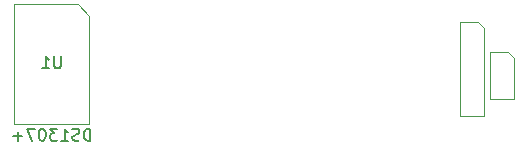
<source format=gbr>
%TF.GenerationSoftware,KiCad,Pcbnew,(7.0.0)*%
%TF.CreationDate,2023-05-29T03:25:23+05:30*%
%TF.ProjectId,sat-pcb,7361742d-7063-4622-9e6b-696361645f70,rev?*%
%TF.SameCoordinates,Original*%
%TF.FileFunction,AssemblyDrawing,Bot*%
%FSLAX46Y46*%
G04 Gerber Fmt 4.6, Leading zero omitted, Abs format (unit mm)*
G04 Created by KiCad (PCBNEW (7.0.0)) date 2023-05-29 03:25:23*
%MOMM*%
%LPD*%
G01*
G04 APERTURE LIST*
%ADD10C,0.150000*%
%ADD11C,0.100000*%
G04 APERTURE END LIST*
D10*
%TO.C,U1*%
X125171904Y-85257380D02*
X125171904Y-84257380D01*
X125171904Y-84257380D02*
X124933809Y-84257380D01*
X124933809Y-84257380D02*
X124790952Y-84305000D01*
X124790952Y-84305000D02*
X124695714Y-84400238D01*
X124695714Y-84400238D02*
X124648095Y-84495476D01*
X124648095Y-84495476D02*
X124600476Y-84685952D01*
X124600476Y-84685952D02*
X124600476Y-84828809D01*
X124600476Y-84828809D02*
X124648095Y-85019285D01*
X124648095Y-85019285D02*
X124695714Y-85114523D01*
X124695714Y-85114523D02*
X124790952Y-85209761D01*
X124790952Y-85209761D02*
X124933809Y-85257380D01*
X124933809Y-85257380D02*
X125171904Y-85257380D01*
X124219523Y-85209761D02*
X124076666Y-85257380D01*
X124076666Y-85257380D02*
X123838571Y-85257380D01*
X123838571Y-85257380D02*
X123743333Y-85209761D01*
X123743333Y-85209761D02*
X123695714Y-85162142D01*
X123695714Y-85162142D02*
X123648095Y-85066904D01*
X123648095Y-85066904D02*
X123648095Y-84971666D01*
X123648095Y-84971666D02*
X123695714Y-84876428D01*
X123695714Y-84876428D02*
X123743333Y-84828809D01*
X123743333Y-84828809D02*
X123838571Y-84781190D01*
X123838571Y-84781190D02*
X124029047Y-84733571D01*
X124029047Y-84733571D02*
X124124285Y-84685952D01*
X124124285Y-84685952D02*
X124171904Y-84638333D01*
X124171904Y-84638333D02*
X124219523Y-84543095D01*
X124219523Y-84543095D02*
X124219523Y-84447857D01*
X124219523Y-84447857D02*
X124171904Y-84352619D01*
X124171904Y-84352619D02*
X124124285Y-84305000D01*
X124124285Y-84305000D02*
X124029047Y-84257380D01*
X124029047Y-84257380D02*
X123790952Y-84257380D01*
X123790952Y-84257380D02*
X123648095Y-84305000D01*
X122695714Y-85257380D02*
X123267142Y-85257380D01*
X122981428Y-85257380D02*
X122981428Y-84257380D01*
X122981428Y-84257380D02*
X123076666Y-84400238D01*
X123076666Y-84400238D02*
X123171904Y-84495476D01*
X123171904Y-84495476D02*
X123267142Y-84543095D01*
X122362380Y-84257380D02*
X121743333Y-84257380D01*
X121743333Y-84257380D02*
X122076666Y-84638333D01*
X122076666Y-84638333D02*
X121933809Y-84638333D01*
X121933809Y-84638333D02*
X121838571Y-84685952D01*
X121838571Y-84685952D02*
X121790952Y-84733571D01*
X121790952Y-84733571D02*
X121743333Y-84828809D01*
X121743333Y-84828809D02*
X121743333Y-85066904D01*
X121743333Y-85066904D02*
X121790952Y-85162142D01*
X121790952Y-85162142D02*
X121838571Y-85209761D01*
X121838571Y-85209761D02*
X121933809Y-85257380D01*
X121933809Y-85257380D02*
X122219523Y-85257380D01*
X122219523Y-85257380D02*
X122314761Y-85209761D01*
X122314761Y-85209761D02*
X122362380Y-85162142D01*
X121124285Y-84257380D02*
X121029047Y-84257380D01*
X121029047Y-84257380D02*
X120933809Y-84305000D01*
X120933809Y-84305000D02*
X120886190Y-84352619D01*
X120886190Y-84352619D02*
X120838571Y-84447857D01*
X120838571Y-84447857D02*
X120790952Y-84638333D01*
X120790952Y-84638333D02*
X120790952Y-84876428D01*
X120790952Y-84876428D02*
X120838571Y-85066904D01*
X120838571Y-85066904D02*
X120886190Y-85162142D01*
X120886190Y-85162142D02*
X120933809Y-85209761D01*
X120933809Y-85209761D02*
X121029047Y-85257380D01*
X121029047Y-85257380D02*
X121124285Y-85257380D01*
X121124285Y-85257380D02*
X121219523Y-85209761D01*
X121219523Y-85209761D02*
X121267142Y-85162142D01*
X121267142Y-85162142D02*
X121314761Y-85066904D01*
X121314761Y-85066904D02*
X121362380Y-84876428D01*
X121362380Y-84876428D02*
X121362380Y-84638333D01*
X121362380Y-84638333D02*
X121314761Y-84447857D01*
X121314761Y-84447857D02*
X121267142Y-84352619D01*
X121267142Y-84352619D02*
X121219523Y-84305000D01*
X121219523Y-84305000D02*
X121124285Y-84257380D01*
X120457618Y-84257380D02*
X119790952Y-84257380D01*
X119790952Y-84257380D02*
X120219523Y-85257380D01*
X119409999Y-84876428D02*
X118648095Y-84876428D01*
X119029047Y-85257380D02*
X119029047Y-84495476D01*
X122671904Y-78117380D02*
X122671904Y-78926904D01*
X122671904Y-78926904D02*
X122624285Y-79022142D01*
X122624285Y-79022142D02*
X122576666Y-79069761D01*
X122576666Y-79069761D02*
X122481428Y-79117380D01*
X122481428Y-79117380D02*
X122290952Y-79117380D01*
X122290952Y-79117380D02*
X122195714Y-79069761D01*
X122195714Y-79069761D02*
X122148095Y-79022142D01*
X122148095Y-79022142D02*
X122100476Y-78926904D01*
X122100476Y-78926904D02*
X122100476Y-78117380D01*
X121100476Y-79117380D02*
X121671904Y-79117380D01*
X121386190Y-79117380D02*
X121386190Y-78117380D01*
X121386190Y-78117380D02*
X121481428Y-78260238D01*
X121481428Y-78260238D02*
X121576666Y-78355476D01*
X121576666Y-78355476D02*
X121671904Y-78403095D01*
D11*
X125085000Y-83830000D02*
X125085000Y-74670000D01*
X125085000Y-74670000D02*
X124085000Y-73670000D01*
X124085000Y-73670000D02*
X118735000Y-73670000D01*
X118735000Y-83830000D02*
X125085000Y-83830000D01*
X118735000Y-73670000D02*
X118735000Y-83830000D01*
%TO.C,Jbattery1*%
X161020000Y-81740000D02*
X161020000Y-78240000D01*
X161020000Y-78240000D02*
X160520000Y-77740000D01*
X160520000Y-77740000D02*
X159020000Y-77740000D01*
X159020000Y-81740000D02*
X161020000Y-81740000D01*
X159020000Y-77740000D02*
X159020000Y-81740000D01*
%TO.C,Jdisplay1*%
X158480000Y-83200000D02*
X158480000Y-75700000D01*
X158480000Y-75700000D02*
X157980000Y-75200000D01*
X157980000Y-75200000D02*
X156480000Y-75200000D01*
X156480000Y-83200000D02*
X158480000Y-83200000D01*
X156480000Y-75200000D02*
X156480000Y-83200000D01*
%TD*%
M02*

</source>
